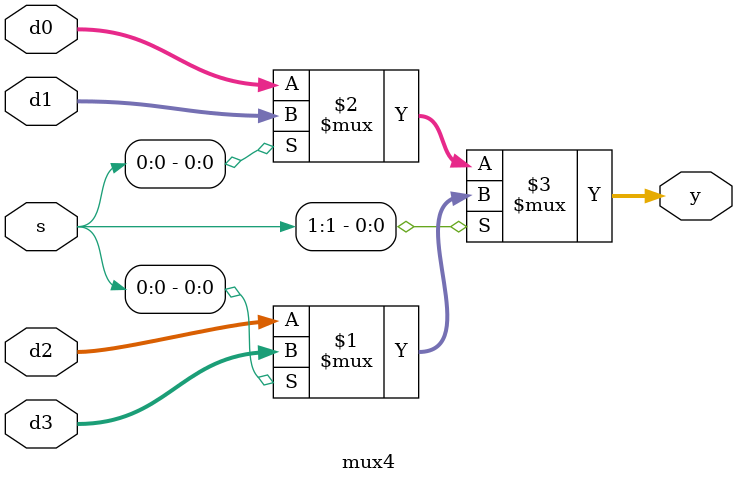
<source format=sv>
module mux4(input logic [3:0] d0, d1, d2, d3, 
input logic [1:0] s, 
output logic [3:0] y); 
 
assign y = s[1] ?  
(s[0] ? d3 : d2):  
(s[0] ? d1 : d0); 
 
endmodule

</source>
